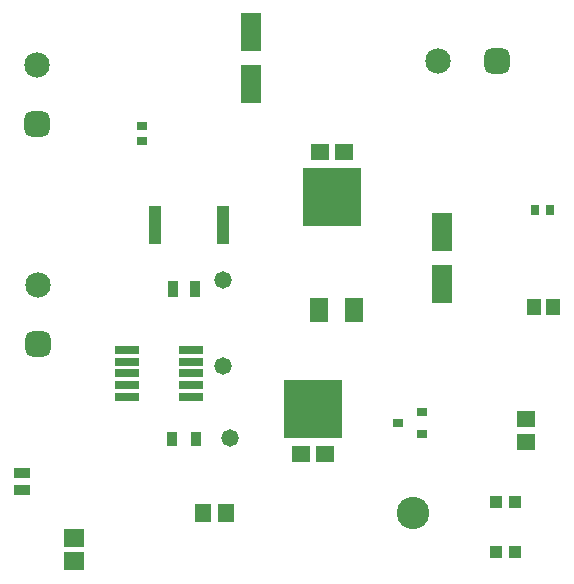
<source format=gts>
G04*
G04 #@! TF.GenerationSoftware,Altium Limited,Altium Designer,24.9.1 (31)*
G04*
G04 Layer_Color=8388736*
%FSLAX44Y44*%
%MOMM*%
G71*
G04*
G04 #@! TF.SameCoordinates,064BEE1E-2FB1-430C-AF41-A2A5F34B4FD9*
G04*
G04*
G04 #@! TF.FilePolarity,Negative*
G04*
G01*
G75*
%ADD16R,0.9500X1.4000*%
%ADD20R,1.1578X1.3621*%
%ADD21R,0.9000X1.3000*%
%ADD22R,1.5562X1.3549*%
%ADD23R,0.7581X0.8121*%
%ADD25R,0.8121X0.7581*%
%ADD27R,1.1046X3.3062*%
%ADD28R,1.5549X2.1062*%
%ADD29R,1.3500X0.9500*%
%ADD32R,1.3549X1.5562*%
%ADD33R,2.0032X0.8032*%
%ADD34R,1.6032X1.4732*%
%ADD35R,5.0032X4.9232*%
%ADD36R,0.9032X0.8032*%
%ADD37R,1.8032X3.2032*%
%ADD38R,1.7532X1.5532*%
%ADD39R,1.0032X1.0032*%
%ADD40C,2.1532*%
G04:AMPARAMS|DCode=41|XSize=2.1532mm|YSize=2.1532mm|CornerRadius=0.5891mm|HoleSize=0mm|Usage=FLASHONLY|Rotation=180.000|XOffset=0mm|YOffset=0mm|HoleType=Round|Shape=RoundedRectangle|*
%AMROUNDEDRECTD41*
21,1,2.1532,0.9750,0,0,180.0*
21,1,0.9750,2.1532,0,0,180.0*
1,1,1.1782,-0.4875,0.4875*
1,1,1.1782,0.4875,0.4875*
1,1,1.1782,0.4875,-0.4875*
1,1,1.1782,-0.4875,-0.4875*
%
%ADD41ROUNDEDRECTD41*%
G04:AMPARAMS|DCode=42|XSize=2.1532mm|YSize=2.1532mm|CornerRadius=0.5891mm|HoleSize=0mm|Usage=FLASHONLY|Rotation=90.000|XOffset=0mm|YOffset=0mm|HoleType=Round|Shape=RoundedRectangle|*
%AMROUNDEDRECTD42*
21,1,2.1532,0.9750,0,0,90.0*
21,1,0.9750,2.1532,0,0,90.0*
1,1,1.1782,0.4875,0.4875*
1,1,1.1782,0.4875,-0.4875*
1,1,1.1782,-0.4875,-0.4875*
1,1,1.1782,-0.4875,0.4875*
%
%ADD42ROUNDEDRECTD42*%
%ADD43C,1.4732*%
%ADD44C,2.7432*%
D16*
X180700Y257810D02*
D03*
X162200D02*
D03*
D20*
X467978Y242570D02*
D03*
X484522D02*
D03*
D21*
X161290Y130810D02*
D03*
X182290D02*
D03*
D22*
X461010Y147783D02*
D03*
Y128270D02*
D03*
D23*
X468710Y325120D02*
D03*
X481250D02*
D03*
D25*
X135890Y383620D02*
D03*
Y396160D02*
D03*
D27*
X204470Y312420D02*
D03*
X147454D02*
D03*
D28*
X315746Y240030D02*
D03*
X286234D02*
D03*
D29*
X34290Y87750D02*
D03*
Y102750D02*
D03*
D32*
X187497Y68580D02*
D03*
X207010D02*
D03*
D33*
X123800Y206690D02*
D03*
Y196690D02*
D03*
Y186690D02*
D03*
Y176690D02*
D03*
Y166690D02*
D03*
X177800Y206690D02*
D03*
Y196690D02*
D03*
Y186690D02*
D03*
Y176690D02*
D03*
Y166690D02*
D03*
D34*
X307580Y374360D02*
D03*
X286780D02*
D03*
X270510Y118110D02*
D03*
X291310D02*
D03*
D35*
X297180Y336310D02*
D03*
X280910Y156160D02*
D03*
D36*
X353060Y144780D02*
D03*
X373060Y135280D02*
D03*
Y154280D02*
D03*
D37*
X228600Y431390D02*
D03*
Y475390D02*
D03*
X389890Y306070D02*
D03*
Y262070D02*
D03*
D38*
X78740Y47440D02*
D03*
Y27940D02*
D03*
D39*
X451610Y77470D02*
D03*
X435610D02*
D03*
X452120Y35560D02*
D03*
X436120D02*
D03*
D40*
X386880Y450850D02*
D03*
X46990Y447510D02*
D03*
X48300Y261220D02*
D03*
D41*
X436880Y450850D02*
D03*
D42*
X46990Y397510D02*
D03*
X48300Y211220D02*
D03*
D43*
X210820Y132080D02*
D03*
X204470Y193340D02*
D03*
Y265430D02*
D03*
D44*
X365760Y68580D02*
D03*
M02*

</source>
